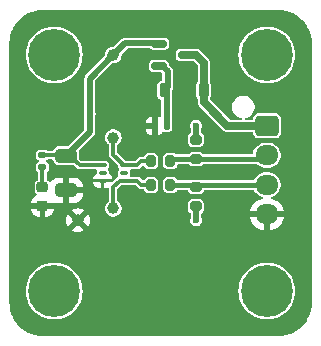
<source format=gtl>
%TF.GenerationSoftware,KiCad,Pcbnew,8.0.2*%
%TF.CreationDate,2024-12-26T16:28:57-05:00*%
%TF.ProjectId,Lumen Sensor,4c756d65-6e20-4536-956e-736f722e6b69,rev?*%
%TF.SameCoordinates,Original*%
%TF.FileFunction,Copper,L1,Top*%
%TF.FilePolarity,Positive*%
%FSLAX46Y46*%
G04 Gerber Fmt 4.6, Leading zero omitted, Abs format (unit mm)*
G04 Created by KiCad (PCBNEW 8.0.2) date 2024-12-26 16:28:57*
%MOMM*%
%LPD*%
G01*
G04 APERTURE LIST*
G04 Aperture macros list*
%AMRoundRect*
0 Rectangle with rounded corners*
0 $1 Rounding radius*
0 $2 $3 $4 $5 $6 $7 $8 $9 X,Y pos of 4 corners*
0 Add a 4 corners polygon primitive as box body*
4,1,4,$2,$3,$4,$5,$6,$7,$8,$9,$2,$3,0*
0 Add four circle primitives for the rounded corners*
1,1,$1+$1,$2,$3*
1,1,$1+$1,$4,$5*
1,1,$1+$1,$6,$7*
1,1,$1+$1,$8,$9*
0 Add four rect primitives between the rounded corners*
20,1,$1+$1,$2,$3,$4,$5,0*
20,1,$1+$1,$4,$5,$6,$7,0*
20,1,$1+$1,$6,$7,$8,$9,0*
20,1,$1+$1,$8,$9,$2,$3,0*%
G04 Aperture macros list end*
%TA.AperFunction,ComponentPad*%
%ADD10C,4.400000*%
%TD*%
%TA.AperFunction,SMDPad,CuDef*%
%ADD11C,1.000000*%
%TD*%
%TA.AperFunction,SMDPad,CuDef*%
%ADD12RoundRect,0.200000X-0.275000X0.200000X-0.275000X-0.200000X0.275000X-0.200000X0.275000X0.200000X0*%
%TD*%
%TA.AperFunction,SMDPad,CuDef*%
%ADD13RoundRect,0.200000X-0.200000X-0.275000X0.200000X-0.275000X0.200000X0.275000X-0.200000X0.275000X0*%
%TD*%
%TA.AperFunction,SMDPad,CuDef*%
%ADD14RoundRect,0.135000X0.135000X0.185000X-0.135000X0.185000X-0.135000X-0.185000X0.135000X-0.185000X0*%
%TD*%
%TA.AperFunction,SMDPad,CuDef*%
%ADD15RoundRect,0.218750X0.256250X-0.218750X0.256250X0.218750X-0.256250X0.218750X-0.256250X-0.218750X0*%
%TD*%
%TA.AperFunction,SMDPad,CuDef*%
%ADD16RoundRect,0.200000X0.275000X-0.200000X0.275000X0.200000X-0.275000X0.200000X-0.275000X-0.200000X0*%
%TD*%
%TA.AperFunction,ComponentPad*%
%ADD17RoundRect,0.250000X-0.725000X0.600000X-0.725000X-0.600000X0.725000X-0.600000X0.725000X0.600000X0*%
%TD*%
%TA.AperFunction,ComponentPad*%
%ADD18O,1.950000X1.700000*%
%TD*%
%TA.AperFunction,SMDPad,CuDef*%
%ADD19RoundRect,0.075000X-0.250000X-0.075000X0.250000X-0.075000X0.250000X0.075000X-0.250000X0.075000X0*%
%TD*%
%TA.AperFunction,SMDPad,CuDef*%
%ADD20RoundRect,0.225000X0.225000X0.375000X-0.225000X0.375000X-0.225000X-0.375000X0.225000X-0.375000X0*%
%TD*%
%TA.AperFunction,SMDPad,CuDef*%
%ADD21RoundRect,0.150000X-0.512500X-0.150000X0.512500X-0.150000X0.512500X0.150000X-0.512500X0.150000X0*%
%TD*%
%TA.AperFunction,SMDPad,CuDef*%
%ADD22RoundRect,0.250000X-0.650000X0.325000X-0.650000X-0.325000X0.650000X-0.325000X0.650000X0.325000X0*%
%TD*%
%TA.AperFunction,SMDPad,CuDef*%
%ADD23RoundRect,0.135000X0.185000X-0.135000X0.185000X0.135000X-0.185000X0.135000X-0.185000X-0.135000X0*%
%TD*%
%TA.AperFunction,ViaPad*%
%ADD24C,0.600000*%
%TD*%
%TA.AperFunction,Conductor*%
%ADD25C,0.300000*%
%TD*%
%TA.AperFunction,Conductor*%
%ADD26C,0.500000*%
%TD*%
%TA.AperFunction,Conductor*%
%ADD27C,0.635000*%
%TD*%
%TA.AperFunction,Conductor*%
%ADD28C,0.400000*%
%TD*%
G04 APERTURE END LIST*
D10*
%TO.P,H2,1*%
%TO.N,N/C*%
X117000000Y-45000000D03*
%TD*%
D11*
%TO.P,TP3,1,1*%
%TO.N,/Lumen Board/SCL_R*%
X104000000Y-58000000D03*
%TD*%
D12*
%TO.P,R2,1*%
%TO.N,/Lumen Board/I2C.SCL*%
X111000000Y-56175000D03*
%TO.P,R2,2*%
%TO.N,3V3*%
X111000000Y-57825000D03*
%TD*%
D11*
%TO.P,TP4,1,1*%
%TO.N,GND*%
X101000000Y-59000000D03*
%TD*%
D13*
%TO.P,R3,1*%
%TO.N,/Lumen Board/SDA_R*%
X107175000Y-54000000D03*
%TO.P,R3,2*%
%TO.N,/Lumen Board/I2C.SDA*%
X108825000Y-54000000D03*
%TD*%
D10*
%TO.P,H4,1*%
%TO.N,N/C*%
X117000000Y-65000000D03*
%TD*%
D14*
%TO.P,R6,1*%
%TO.N,Net-(D1-A)*%
X108510000Y-51000000D03*
%TO.P,R6,2*%
%TO.N,GND*%
X107490000Y-51000000D03*
%TD*%
D11*
%TO.P,TP1,1,1*%
%TO.N,3V3*%
X104000000Y-45000000D03*
%TD*%
D15*
%TO.P,D2,1,K*%
%TO.N,GND*%
X98000000Y-57787500D03*
%TO.P,D2,2,A*%
%TO.N,Net-(D2-A)*%
X98000000Y-56212500D03*
%TD*%
D13*
%TO.P,R5,1*%
%TO.N,/Lumen Board/SCL_R*%
X107175000Y-56000000D03*
%TO.P,R5,2*%
%TO.N,/Lumen Board/I2C.SCL*%
X108825000Y-56000000D03*
%TD*%
D16*
%TO.P,R1,1*%
%TO.N,/Lumen Board/I2C.SDA*%
X111000000Y-53825000D03*
%TO.P,R1,2*%
%TO.N,3V3*%
X111000000Y-52175000D03*
%TD*%
D11*
%TO.P,TP2,1,1*%
%TO.N,/Lumen Board/SDA_R*%
X104000000Y-52000000D03*
%TD*%
D17*
%TO.P,J1,1,Pin_1*%
%TO.N,VIN*%
X117000000Y-51000000D03*
D18*
%TO.P,J1,2,Pin_2*%
%TO.N,/Lumen Board/I2C.SDA*%
X117000000Y-53500000D03*
%TO.P,J1,3,Pin_3*%
%TO.N,/Lumen Board/I2C.SCL*%
X117000000Y-56000000D03*
%TO.P,J1,4,Pin_4*%
%TO.N,GND*%
X117000000Y-58500000D03*
%TD*%
D19*
%TO.P,U1,1,VDD*%
%TO.N,3V3*%
X103100000Y-54350000D03*
%TO.P,U1,2,NC*%
%TO.N,unconnected-(U1-NC-Pad2)*%
X103100000Y-55000000D03*
%TO.P,U1,3,GND*%
%TO.N,GND*%
X103100000Y-55650000D03*
%TO.P,U1,4,SCL*%
%TO.N,/Lumen Board/SCL_R*%
X104900000Y-55650000D03*
%TO.P,U1,5,INT*%
%TO.N,unconnected-(U1-INT-Pad5)*%
X104900000Y-55000000D03*
%TO.P,U1,6,SDA*%
%TO.N,/Lumen Board/SDA_R*%
X104900000Y-54350000D03*
%TD*%
D20*
%TO.P,D1,1,K*%
%TO.N,VIN*%
X111650000Y-48000000D03*
%TO.P,D1,2,A*%
%TO.N,Net-(D1-A)*%
X108350000Y-48000000D03*
%TD*%
D10*
%TO.P,H3,1*%
%TO.N,N/C*%
X99000000Y-65000000D03*
%TD*%
%TO.P,H1,1*%
%TO.N,N/C*%
X99000000Y-45000000D03*
%TD*%
D21*
%TO.P,Q1,1,D*%
%TO.N,3V3*%
X107862500Y-44050000D03*
%TO.P,Q1,2,G*%
%TO.N,Net-(D1-A)*%
X107862500Y-45950000D03*
%TO.P,Q1,3,S*%
%TO.N,VIN*%
X110137500Y-45000000D03*
%TD*%
D22*
%TO.P,C1,1*%
%TO.N,3V3*%
X100000000Y-53525000D03*
%TO.P,C1,2*%
%TO.N,GND*%
X100000000Y-56475000D03*
%TD*%
D23*
%TO.P,R4,1*%
%TO.N,Net-(D2-A)*%
X98000000Y-54510000D03*
%TO.P,R4,2*%
%TO.N,3V3*%
X98000000Y-53490000D03*
%TD*%
D24*
%TO.N,GND*%
X96000000Y-61000000D03*
X120000000Y-53000000D03*
X96000000Y-63000000D03*
X96000000Y-57000000D03*
X103000000Y-42000000D03*
X104000000Y-49000000D03*
X111000000Y-68000000D03*
X115000000Y-60000000D03*
X109000000Y-64000000D03*
X98000000Y-60000000D03*
X114000000Y-66000000D03*
X110000000Y-66000000D03*
X100000000Y-51000000D03*
X103000000Y-68000000D03*
X115100000Y-52400000D03*
X112600000Y-57400000D03*
X98000000Y-62000000D03*
X107000000Y-52000000D03*
X111000000Y-42000000D03*
X108000000Y-66000000D03*
X120000000Y-57000000D03*
X110000000Y-48000000D03*
X110000000Y-62000000D03*
X107000000Y-64000000D03*
X100000000Y-49000000D03*
X102000000Y-66000000D03*
X120000000Y-55000000D03*
X107000000Y-68000000D03*
X112600000Y-52300000D03*
X96000000Y-59000000D03*
X96000000Y-49000000D03*
X108000000Y-62000000D03*
X120000000Y-59000000D03*
X113000000Y-68000000D03*
X109000000Y-68000000D03*
X120000000Y-65000000D03*
X99000000Y-42000000D03*
X120000000Y-63000000D03*
X105000000Y-48000000D03*
X103000000Y-64000000D03*
X119100000Y-67100000D03*
X96000000Y-47000000D03*
X105000000Y-64000000D03*
X116000000Y-62000000D03*
X106000000Y-66000000D03*
X114000000Y-62000000D03*
X104000000Y-62000000D03*
X111000000Y-64000000D03*
X107000000Y-60000000D03*
X101000000Y-68000000D03*
X114000000Y-45000000D03*
X96900000Y-67100000D03*
X118000000Y-62000000D03*
X105000000Y-68000000D03*
X96000000Y-51000000D03*
X100000000Y-58000000D03*
X112000000Y-62000000D03*
X112000000Y-66000000D03*
X120000000Y-51000000D03*
X108000000Y-58000000D03*
X96000000Y-65000000D03*
X103000000Y-60000000D03*
X109000000Y-52000000D03*
X119100000Y-42900000D03*
X96000000Y-55000000D03*
X113000000Y-42000000D03*
X115000000Y-42000000D03*
X120000000Y-45000000D03*
X98000000Y-48000000D03*
X117000000Y-48000000D03*
X115000000Y-68000000D03*
X111000000Y-60000000D03*
X107000000Y-42000000D03*
X98000000Y-50000000D03*
X98000000Y-52000000D03*
X99000000Y-68000000D03*
X96000000Y-53000000D03*
X117000000Y-68000000D03*
X105000000Y-60000000D03*
X102000000Y-53000000D03*
X105000000Y-57000000D03*
X105000000Y-42000000D03*
X120000000Y-49000000D03*
X113000000Y-60000000D03*
X109000000Y-60000000D03*
X115400000Y-57400000D03*
X106000000Y-62000000D03*
X120000000Y-47000000D03*
X117000000Y-42000000D03*
X96000000Y-45000000D03*
X101000000Y-42000000D03*
X104000000Y-47000000D03*
X113000000Y-64000000D03*
X106000000Y-58000000D03*
X120000000Y-61000000D03*
X109000000Y-42000000D03*
X102000000Y-62000000D03*
X100000000Y-61000000D03*
X96900000Y-42900000D03*
X104000000Y-66000000D03*
%TO.N,3V3*%
X111000000Y-59000000D03*
X102000000Y-50000000D03*
X111000000Y-51000000D03*
%TD*%
D25*
%TO.N,GND*%
X100325000Y-56475000D02*
X100000000Y-56475000D01*
D26*
%TO.N,3V3*%
X111000000Y-52175000D02*
X111000000Y-51000000D01*
D25*
X101150000Y-54350000D02*
X103100000Y-54350000D01*
D26*
X102000000Y-51525000D02*
X102000000Y-47000000D01*
D25*
X99965000Y-53490000D02*
X98000000Y-53490000D01*
D26*
X106000000Y-44000000D02*
X107812500Y-44000000D01*
X102000000Y-47000000D02*
X104000000Y-45000000D01*
D25*
X100000000Y-53525000D02*
X100325000Y-53525000D01*
D26*
X107812500Y-44000000D02*
X105000000Y-44000000D01*
D25*
X100325000Y-53525000D02*
X101150000Y-54350000D01*
D26*
X107812500Y-44000000D02*
X107862500Y-44050000D01*
X100000000Y-53525000D02*
X102000000Y-51525000D01*
X111000000Y-57825000D02*
X111000000Y-59000000D01*
X105000000Y-44000000D02*
X104000000Y-45000000D01*
D25*
X100000000Y-53525000D02*
X99965000Y-53490000D01*
D26*
%TO.N,Net-(D1-A)*%
X108600000Y-47750000D02*
X108600000Y-46400000D01*
X108600000Y-46400000D02*
X108150000Y-45950000D01*
X108510000Y-51000000D02*
X108510000Y-48160000D01*
X108350000Y-48000000D02*
X108600000Y-47750000D01*
X108510000Y-48160000D02*
X108350000Y-48000000D01*
X108150000Y-45950000D02*
X107862500Y-45950000D01*
D27*
%TO.N,VIN*%
X111650000Y-45650000D02*
X111000000Y-45000000D01*
X111650000Y-49000000D02*
X111650000Y-45650000D01*
X113650000Y-51000000D02*
X111650000Y-49000000D01*
X111000000Y-45000000D02*
X110137500Y-45000000D01*
X117000000Y-51000000D02*
X113650000Y-51000000D01*
D25*
%TO.N,Net-(D2-A)*%
X98000000Y-56212500D02*
X98000000Y-54510000D01*
D28*
%TO.N,/Lumen Board/I2C.SDA*%
X108825000Y-54000000D02*
X108850000Y-54025000D01*
X109000000Y-53825000D02*
X108825000Y-54000000D01*
X116675000Y-53825000D02*
X117000000Y-53500000D01*
X111000000Y-53825000D02*
X109000000Y-53825000D01*
X110800000Y-54025000D02*
X111000000Y-53825000D01*
X111000000Y-53825000D02*
X116675000Y-53825000D01*
%TO.N,/Lumen Board/I2C.SCL*%
X116825000Y-56175000D02*
X117000000Y-56000000D01*
X117000000Y-56000000D02*
X111175000Y-56000000D01*
X108825000Y-56000000D02*
X110825000Y-56000000D01*
X108825000Y-56000000D02*
X108850000Y-55975000D01*
X110825000Y-56000000D02*
X111000000Y-56175000D01*
X110800000Y-55975000D02*
X111000000Y-56175000D01*
X111175000Y-56000000D02*
X111000000Y-56175000D01*
D25*
%TO.N,/Lumen Board/SDA_R*%
X104000000Y-53450000D02*
X104000000Y-52000000D01*
X105975000Y-54350000D02*
X106325000Y-54000000D01*
X104900000Y-54350000D02*
X105975000Y-54350000D01*
X106325000Y-54000000D02*
X107175000Y-54000000D01*
X104900000Y-54350000D02*
X104000000Y-53450000D01*
%TO.N,/Lumen Board/SCL_R*%
X104550000Y-55650000D02*
X104900000Y-55650000D01*
X104000000Y-58000000D02*
X104000000Y-56200000D01*
X106025000Y-55650000D02*
X106375000Y-56000000D01*
X104900000Y-55650000D02*
X106025000Y-55650000D01*
X104000000Y-56200000D02*
X104550000Y-55650000D01*
X106375000Y-56000000D02*
X107175000Y-56000000D01*
%TD*%
%TA.AperFunction,Conductor*%
%TO.N,GND*%
G36*
X118002065Y-41200614D02*
G01*
X118309309Y-41217869D01*
X118317543Y-41218798D01*
X118618855Y-41269992D01*
X118626923Y-41271833D01*
X118920633Y-41356450D01*
X118928447Y-41359184D01*
X119210817Y-41476146D01*
X119218293Y-41479746D01*
X119485784Y-41627583D01*
X119492811Y-41631999D01*
X119742070Y-41808858D01*
X119748558Y-41814031D01*
X119976452Y-42017689D01*
X119982319Y-42023557D01*
X120185970Y-42251442D01*
X120191133Y-42257914D01*
X120346338Y-42476656D01*
X120368001Y-42507187D01*
X120372416Y-42514214D01*
X120520253Y-42781705D01*
X120523853Y-42789181D01*
X120640811Y-43071542D01*
X120643552Y-43079375D01*
X120728161Y-43373063D01*
X120730007Y-43381153D01*
X120781200Y-43682449D01*
X120782130Y-43690696D01*
X120799384Y-43997915D01*
X120799500Y-44002064D01*
X120799501Y-65960119D01*
X120799501Y-65997917D01*
X120799385Y-66002066D01*
X120782130Y-66309303D01*
X120781200Y-66317549D01*
X120730009Y-66618844D01*
X120728163Y-66626935D01*
X120643552Y-66920624D01*
X120640811Y-66928457D01*
X120523853Y-67210817D01*
X120520253Y-67218293D01*
X120372413Y-67485791D01*
X120367997Y-67492818D01*
X120191146Y-67742065D01*
X120185973Y-67748553D01*
X119982315Y-67976447D01*
X119976447Y-67982315D01*
X119748553Y-68185973D01*
X119742065Y-68191146D01*
X119492818Y-68367997D01*
X119485791Y-68372413D01*
X119218293Y-68520253D01*
X119210817Y-68523853D01*
X118928457Y-68640811D01*
X118920624Y-68643552D01*
X118626935Y-68728163D01*
X118618844Y-68730009D01*
X118317549Y-68781200D01*
X118309303Y-68782130D01*
X118002067Y-68799385D01*
X117997918Y-68799501D01*
X98002079Y-68799501D01*
X97997930Y-68799385D01*
X97690695Y-68782132D01*
X97682448Y-68781202D01*
X97381150Y-68730009D01*
X97373060Y-68728163D01*
X97079373Y-68643554D01*
X97071540Y-68640813D01*
X96789180Y-68523855D01*
X96781704Y-68520255D01*
X96514207Y-68372415D01*
X96507180Y-68367999D01*
X96257932Y-68191147D01*
X96251445Y-68185974D01*
X96023551Y-67982317D01*
X96017682Y-67976448D01*
X95814025Y-67748554D01*
X95808852Y-67742067D01*
X95632000Y-67492819D01*
X95631999Y-67492818D01*
X95631996Y-67492813D01*
X95627588Y-67485799D01*
X95479743Y-67218293D01*
X95476144Y-67210819D01*
X95401584Y-67030816D01*
X95359182Y-66928449D01*
X95356448Y-66920636D01*
X95271835Y-66626935D01*
X95269990Y-66618849D01*
X95269989Y-66618844D01*
X95218796Y-66317545D01*
X95217867Y-66309304D01*
X95209411Y-66158737D01*
X95200615Y-66002103D01*
X95200499Y-65997954D01*
X95200499Y-64999999D01*
X96594754Y-64999999D01*
X96594754Y-65000000D01*
X96613719Y-65301447D01*
X96613722Y-65301470D01*
X96670318Y-65598157D01*
X96670322Y-65598173D01*
X96763654Y-65885419D01*
X96763656Y-65885423D01*
X96763658Y-65885427D01*
X96763659Y-65885430D01*
X96798805Y-65960119D01*
X96892267Y-66158737D01*
X97054114Y-66413767D01*
X97246647Y-66646500D01*
X97246650Y-66646502D01*
X97246651Y-66646504D01*
X97466838Y-66853274D01*
X97711205Y-67030816D01*
X97975896Y-67176332D01*
X98072697Y-67214658D01*
X98256730Y-67287522D01*
X98256734Y-67287524D01*
X98256738Y-67287525D01*
X98549302Y-67362642D01*
X98549298Y-67362642D01*
X98848965Y-67400499D01*
X98848972Y-67400500D01*
X98848973Y-67400500D01*
X99151028Y-67400500D01*
X99151031Y-67400499D01*
X99450698Y-67362642D01*
X99743262Y-67287525D01*
X100024104Y-67176332D01*
X100288795Y-67030816D01*
X100533162Y-66853274D01*
X100753349Y-66646504D01*
X100945885Y-66413768D01*
X101107733Y-66158736D01*
X101236341Y-65885430D01*
X101329681Y-65598160D01*
X101386280Y-65301457D01*
X101405246Y-65000000D01*
X101405246Y-64999999D01*
X114594754Y-64999999D01*
X114594754Y-65000000D01*
X114613719Y-65301447D01*
X114613722Y-65301470D01*
X114670318Y-65598157D01*
X114670322Y-65598173D01*
X114763654Y-65885419D01*
X114763656Y-65885423D01*
X114763658Y-65885427D01*
X114763659Y-65885430D01*
X114798805Y-65960119D01*
X114892267Y-66158737D01*
X115054114Y-66413767D01*
X115246647Y-66646500D01*
X115246650Y-66646502D01*
X115246651Y-66646504D01*
X115466838Y-66853274D01*
X115711205Y-67030816D01*
X115975896Y-67176332D01*
X116072697Y-67214658D01*
X116256730Y-67287522D01*
X116256734Y-67287524D01*
X116256738Y-67287525D01*
X116549302Y-67362642D01*
X116549298Y-67362642D01*
X116848965Y-67400499D01*
X116848972Y-67400500D01*
X116848973Y-67400500D01*
X117151028Y-67400500D01*
X117151031Y-67400499D01*
X117450698Y-67362642D01*
X117743262Y-67287525D01*
X118024104Y-67176332D01*
X118288795Y-67030816D01*
X118533162Y-66853274D01*
X118753349Y-66646504D01*
X118945885Y-66413768D01*
X119107733Y-66158736D01*
X119236341Y-65885430D01*
X119329681Y-65598160D01*
X119386280Y-65301457D01*
X119405246Y-65000000D01*
X119386280Y-64698543D01*
X119329681Y-64401840D01*
X119329678Y-64401833D01*
X119329677Y-64401826D01*
X119236345Y-64114580D01*
X119236343Y-64114576D01*
X119236342Y-64114575D01*
X119236341Y-64114570D01*
X119107733Y-63841264D01*
X118945885Y-63586232D01*
X118753352Y-63353499D01*
X118753349Y-63353496D01*
X118533162Y-63146726D01*
X118431191Y-63072640D01*
X118288800Y-62969187D01*
X118024104Y-62823668D01*
X118024097Y-62823665D01*
X117743269Y-62712477D01*
X117743265Y-62712475D01*
X117450696Y-62637357D01*
X117450701Y-62637357D01*
X117151034Y-62599500D01*
X117151027Y-62599500D01*
X116848973Y-62599500D01*
X116848965Y-62599500D01*
X116549301Y-62637357D01*
X116256734Y-62712475D01*
X116256730Y-62712477D01*
X115975902Y-62823665D01*
X115975895Y-62823668D01*
X115711199Y-62969187D01*
X115466839Y-63146725D01*
X115246647Y-63353499D01*
X115054114Y-63586232D01*
X114892267Y-63841262D01*
X114763656Y-64114576D01*
X114763654Y-64114580D01*
X114670322Y-64401826D01*
X114670318Y-64401842D01*
X114613722Y-64698529D01*
X114613719Y-64698552D01*
X114594754Y-64999999D01*
X101405246Y-64999999D01*
X101386280Y-64698543D01*
X101329681Y-64401840D01*
X101329678Y-64401833D01*
X101329677Y-64401826D01*
X101236345Y-64114580D01*
X101236343Y-64114576D01*
X101236342Y-64114575D01*
X101236341Y-64114570D01*
X101107733Y-63841264D01*
X100945885Y-63586232D01*
X100753352Y-63353499D01*
X100753349Y-63353496D01*
X100533162Y-63146726D01*
X100431191Y-63072640D01*
X100288800Y-62969187D01*
X100024104Y-62823668D01*
X100024097Y-62823665D01*
X99743269Y-62712477D01*
X99743265Y-62712475D01*
X99450696Y-62637357D01*
X99450701Y-62637357D01*
X99151034Y-62599500D01*
X99151027Y-62599500D01*
X98848973Y-62599500D01*
X98848965Y-62599500D01*
X98549301Y-62637357D01*
X98256734Y-62712475D01*
X98256730Y-62712477D01*
X97975902Y-62823665D01*
X97975895Y-62823668D01*
X97711199Y-62969187D01*
X97466839Y-63146725D01*
X97246647Y-63353499D01*
X97054114Y-63586232D01*
X96892267Y-63841262D01*
X96763656Y-64114576D01*
X96763654Y-64114580D01*
X96670322Y-64401826D01*
X96670318Y-64401842D01*
X96613722Y-64698529D01*
X96613719Y-64698552D01*
X96594754Y-64999999D01*
X95200499Y-64999999D01*
X95200499Y-59862076D01*
X100491476Y-59862076D01*
X100615462Y-59928348D01*
X100803964Y-59985530D01*
X101000000Y-60004838D01*
X101196035Y-59985530D01*
X101384536Y-59928348D01*
X101384541Y-59928346D01*
X101508522Y-59862076D01*
X101000000Y-59353553D01*
X100491476Y-59862076D01*
X95200499Y-59862076D01*
X95200499Y-59000000D01*
X99995161Y-59000000D01*
X100014469Y-59196035D01*
X100071651Y-59384539D01*
X100137922Y-59508522D01*
X100646446Y-58999999D01*
X101353553Y-58999999D01*
X101862076Y-59508522D01*
X101928346Y-59384541D01*
X101928348Y-59384536D01*
X101985530Y-59196035D01*
X102004838Y-59000000D01*
X101985530Y-58803964D01*
X101928348Y-58615462D01*
X101862076Y-58491476D01*
X101353553Y-58999999D01*
X100646446Y-58999999D01*
X100137923Y-58491476D01*
X100137922Y-58491476D01*
X100071652Y-58615460D01*
X100014469Y-58803964D01*
X99995161Y-59000000D01*
X95200499Y-59000000D01*
X95200499Y-58054140D01*
X97025001Y-58054140D01*
X97035057Y-58152585D01*
X97087906Y-58312073D01*
X97176112Y-58455078D01*
X97294921Y-58573887D01*
X97437926Y-58662093D01*
X97597414Y-58714942D01*
X97695861Y-58724999D01*
X97695862Y-58724999D01*
X98250000Y-58724999D01*
X98304135Y-58724999D01*
X98304140Y-58724998D01*
X98402585Y-58714942D01*
X98562073Y-58662093D01*
X98705078Y-58573887D01*
X98823887Y-58455078D01*
X98912093Y-58312073D01*
X98964942Y-58152585D01*
X98966440Y-58137922D01*
X100491476Y-58137922D01*
X100491476Y-58137923D01*
X100999999Y-58646446D01*
X101508523Y-58137922D01*
X101384539Y-58071651D01*
X101196035Y-58014469D01*
X101000000Y-57995161D01*
X100803964Y-58014469D01*
X100615460Y-58071652D01*
X100491476Y-58137922D01*
X98966440Y-58137922D01*
X98974999Y-58054139D01*
X98975000Y-58054137D01*
X98975000Y-58037500D01*
X98250000Y-58037500D01*
X98250000Y-58724999D01*
X97695862Y-58724999D01*
X97749999Y-58724998D01*
X97750000Y-58724998D01*
X97750000Y-58037500D01*
X97025001Y-58037500D01*
X97025001Y-58054140D01*
X95200499Y-58054140D01*
X95200499Y-57520860D01*
X97025000Y-57520860D01*
X97025000Y-57537500D01*
X98974998Y-57537500D01*
X98996546Y-57515952D01*
X99048872Y-57494277D01*
X99072150Y-57498033D01*
X99197302Y-57539505D01*
X99300025Y-57549999D01*
X99750000Y-57549999D01*
X100250000Y-57549999D01*
X100699971Y-57549999D01*
X100699976Y-57549998D01*
X100802696Y-57539505D01*
X100969121Y-57484357D01*
X101118343Y-57392316D01*
X101118347Y-57392314D01*
X101242314Y-57268347D01*
X101242316Y-57268343D01*
X101334357Y-57119121D01*
X101389505Y-56952697D01*
X101399999Y-56849975D01*
X101400000Y-56849973D01*
X101400000Y-56725000D01*
X100250000Y-56725000D01*
X100250000Y-57549999D01*
X99750000Y-57549999D01*
X99750000Y-56225000D01*
X100250000Y-56225000D01*
X101399999Y-56225000D01*
X101399999Y-56100029D01*
X101399998Y-56100023D01*
X101389505Y-55997303D01*
X101334357Y-55830878D01*
X101315311Y-55800000D01*
X102279912Y-55800000D01*
X102289799Y-55875104D01*
X102347737Y-56014979D01*
X102439905Y-56135094D01*
X102560020Y-56227262D01*
X102699895Y-56285200D01*
X102812312Y-56300000D01*
X102950000Y-56300000D01*
X102950000Y-55800000D01*
X103250000Y-55800000D01*
X103250000Y-56300000D01*
X103387688Y-56300000D01*
X103500102Y-56285200D01*
X103547181Y-56265700D01*
X103603819Y-56265700D01*
X103643867Y-56305748D01*
X103649500Y-56334067D01*
X103649500Y-57348104D01*
X103627826Y-57400430D01*
X103609892Y-57413626D01*
X103599149Y-57419264D01*
X103471816Y-57532071D01*
X103375181Y-57672070D01*
X103314859Y-57831128D01*
X103294355Y-57999996D01*
X103294355Y-58000003D01*
X103314859Y-58168871D01*
X103375181Y-58327929D01*
X103462947Y-58455078D01*
X103471817Y-58467929D01*
X103599148Y-58580734D01*
X103749775Y-58659790D01*
X103914944Y-58700500D01*
X103914948Y-58700500D01*
X104085052Y-58700500D01*
X104085056Y-58700500D01*
X104250225Y-58659790D01*
X104400852Y-58580734D01*
X104528183Y-58467929D01*
X104624818Y-58327930D01*
X104685140Y-58168872D01*
X104698782Y-58056519D01*
X104705645Y-58000003D01*
X104705645Y-57999996D01*
X104685140Y-57831128D01*
X104624818Y-57672070D01*
X104570571Y-57593480D01*
X110324500Y-57593480D01*
X110324500Y-58056519D01*
X110339353Y-58150304D01*
X110339354Y-58150306D01*
X110356453Y-58183863D01*
X110396950Y-58263342D01*
X110486658Y-58353050D01*
X110509094Y-58364481D01*
X110545877Y-58407546D01*
X110549500Y-58430416D01*
X110549500Y-58765539D01*
X110542813Y-58796279D01*
X110514834Y-58857543D01*
X110494353Y-59000000D01*
X110514834Y-59142454D01*
X110574623Y-59273373D01*
X110668868Y-59382139D01*
X110668869Y-59382140D01*
X110668872Y-59382143D01*
X110789947Y-59459953D01*
X110896403Y-59491211D01*
X110928035Y-59500499D01*
X110928037Y-59500500D01*
X110928039Y-59500500D01*
X111071963Y-59500500D01*
X111071964Y-59500499D01*
X111210053Y-59459953D01*
X111331128Y-59382143D01*
X111425377Y-59273373D01*
X111485165Y-59142457D01*
X111505647Y-59000000D01*
X111485165Y-58857543D01*
X111466255Y-58816136D01*
X111457187Y-58796279D01*
X111450500Y-58765539D01*
X111450500Y-58430416D01*
X111472174Y-58378090D01*
X111490902Y-58364483D01*
X111513342Y-58353050D01*
X111603050Y-58263342D01*
X111660646Y-58150304D01*
X111675500Y-58056519D01*
X111675499Y-57593482D01*
X111668612Y-57549998D01*
X111660646Y-57499695D01*
X111660645Y-57499693D01*
X111621269Y-57422414D01*
X111603050Y-57386658D01*
X111513342Y-57296950D01*
X111400304Y-57239354D01*
X111400302Y-57239353D01*
X111400301Y-57239353D01*
X111306519Y-57224500D01*
X110693480Y-57224500D01*
X110599695Y-57239353D01*
X110599693Y-57239354D01*
X110486657Y-57296950D01*
X110396951Y-57386656D01*
X110339353Y-57499698D01*
X110324500Y-57593480D01*
X104570571Y-57593480D01*
X104528183Y-57532071D01*
X104400850Y-57419264D01*
X104390108Y-57413626D01*
X104353850Y-57370117D01*
X104350500Y-57348104D01*
X104350500Y-56375834D01*
X104372174Y-56323508D01*
X104673508Y-56022174D01*
X104725834Y-56000500D01*
X104853856Y-56000500D01*
X105849166Y-56000500D01*
X105901492Y-56022174D01*
X106159788Y-56280470D01*
X106229088Y-56320480D01*
X106229087Y-56320480D01*
X106229090Y-56320481D01*
X106234332Y-56323508D01*
X106239708Y-56326612D01*
X106239710Y-56326612D01*
X106239712Y-56326614D01*
X106239713Y-56326614D01*
X106239715Y-56326615D01*
X106267527Y-56334067D01*
X106328853Y-56350499D01*
X106328854Y-56350500D01*
X106328856Y-56350500D01*
X106328857Y-56350500D01*
X106421144Y-56350500D01*
X106519408Y-56350500D01*
X106571734Y-56372174D01*
X106586011Y-56395471D01*
X106586711Y-56395115D01*
X106589353Y-56400301D01*
X106589354Y-56400304D01*
X106646950Y-56513342D01*
X106736658Y-56603050D01*
X106849696Y-56660646D01*
X106943481Y-56675500D01*
X107406518Y-56675499D01*
X107406519Y-56675499D01*
X107500304Y-56660646D01*
X107500306Y-56660645D01*
X107502419Y-56659568D01*
X107613342Y-56603050D01*
X107703050Y-56513342D01*
X107760646Y-56400304D01*
X107775500Y-56306519D01*
X107775499Y-55693482D01*
X107775499Y-55693480D01*
X108224500Y-55693480D01*
X108224500Y-56306519D01*
X108239353Y-56400304D01*
X108239354Y-56400306D01*
X108271261Y-56462925D01*
X108296950Y-56513342D01*
X108386658Y-56603050D01*
X108499696Y-56660646D01*
X108593481Y-56675500D01*
X109056518Y-56675499D01*
X109056519Y-56675499D01*
X109150304Y-56660646D01*
X109150306Y-56660645D01*
X109152419Y-56659568D01*
X109263342Y-56603050D01*
X109353050Y-56513342D01*
X109389959Y-56440903D01*
X109433026Y-56404122D01*
X109455893Y-56400500D01*
X110260345Y-56400500D01*
X110312671Y-56422174D01*
X110333434Y-56462925D01*
X110339353Y-56500304D01*
X110339354Y-56500306D01*
X110391705Y-56603048D01*
X110396950Y-56613342D01*
X110486658Y-56703050D01*
X110599696Y-56760646D01*
X110693481Y-56775500D01*
X111306518Y-56775499D01*
X111306519Y-56775499D01*
X111400304Y-56760646D01*
X111400306Y-56760645D01*
X111402419Y-56759568D01*
X111513342Y-56703050D01*
X111603050Y-56613342D01*
X111660646Y-56500304D01*
X111666566Y-56462924D01*
X111696158Y-56414633D01*
X111739655Y-56400500D01*
X115854394Y-56400500D01*
X115906720Y-56422174D01*
X115922761Y-56446181D01*
X115944059Y-56497598D01*
X116014518Y-56603048D01*
X116053002Y-56660645D01*
X116059023Y-56669655D01*
X116205345Y-56815977D01*
X116377402Y-56930941D01*
X116568580Y-57010130D01*
X116642357Y-57024805D01*
X116689450Y-57056270D01*
X116700499Y-57111819D01*
X116669034Y-57158912D01*
X116639498Y-57170472D01*
X116558874Y-57183242D01*
X116558863Y-57183244D01*
X116356782Y-57248904D01*
X116356778Y-57248906D01*
X116167449Y-57345375D01*
X116167443Y-57345378D01*
X115995538Y-57470274D01*
X115845274Y-57620538D01*
X115720378Y-57792443D01*
X115720375Y-57792449D01*
X115623906Y-57981778D01*
X115623904Y-57981782D01*
X115558244Y-58183863D01*
X115558241Y-58183877D01*
X115547769Y-58250000D01*
X116595854Y-58250000D01*
X116557370Y-58316657D01*
X116525000Y-58437465D01*
X116525000Y-58562535D01*
X116557370Y-58683343D01*
X116595854Y-58750000D01*
X115547769Y-58750000D01*
X115558241Y-58816122D01*
X115558244Y-58816136D01*
X115623904Y-59018217D01*
X115623906Y-59018221D01*
X115720375Y-59207550D01*
X115720378Y-59207556D01*
X115845274Y-59379461D01*
X115845283Y-59379471D01*
X115995529Y-59529717D01*
X115995538Y-59529725D01*
X116167443Y-59654621D01*
X116167449Y-59654624D01*
X116356778Y-59751093D01*
X116356782Y-59751095D01*
X116558863Y-59816755D01*
X116558876Y-59816758D01*
X116749998Y-59847029D01*
X116750000Y-59847028D01*
X116750000Y-58904145D01*
X116816657Y-58942630D01*
X116937465Y-58975000D01*
X117062535Y-58975000D01*
X117183343Y-58942630D01*
X117250000Y-58904145D01*
X117250000Y-59847028D01*
X117250001Y-59847029D01*
X117441123Y-59816758D01*
X117441136Y-59816755D01*
X117643217Y-59751095D01*
X117643221Y-59751093D01*
X117832550Y-59654624D01*
X117832556Y-59654621D01*
X118004461Y-59529725D01*
X118004471Y-59529717D01*
X118154717Y-59379471D01*
X118154725Y-59379461D01*
X118279621Y-59207556D01*
X118279624Y-59207550D01*
X118376093Y-59018221D01*
X118376095Y-59018217D01*
X118441755Y-58816136D01*
X118441758Y-58816122D01*
X118452231Y-58750000D01*
X117404146Y-58750000D01*
X117442630Y-58683343D01*
X117475000Y-58562535D01*
X117475000Y-58437465D01*
X117442630Y-58316657D01*
X117404146Y-58250000D01*
X118452230Y-58250000D01*
X118441758Y-58183877D01*
X118441755Y-58183863D01*
X118376095Y-57981782D01*
X118376093Y-57981778D01*
X118279624Y-57792449D01*
X118279621Y-57792443D01*
X118154725Y-57620538D01*
X118154717Y-57620529D01*
X118004471Y-57470283D01*
X118004461Y-57470274D01*
X117832556Y-57345378D01*
X117832550Y-57345375D01*
X117643221Y-57248906D01*
X117643217Y-57248904D01*
X117441136Y-57183244D01*
X117441125Y-57183242D01*
X117360501Y-57170472D01*
X117312210Y-57140879D01*
X117298989Y-57085806D01*
X117328582Y-57037515D01*
X117357640Y-57024805D01*
X117431420Y-57010130D01*
X117622598Y-56930941D01*
X117794655Y-56815977D01*
X117940977Y-56669655D01*
X118055941Y-56497598D01*
X118135130Y-56306420D01*
X118175500Y-56103465D01*
X118175500Y-55896535D01*
X118135130Y-55693580D01*
X118055941Y-55502402D01*
X117940977Y-55330345D01*
X117794655Y-55184023D01*
X117792368Y-55182495D01*
X117622598Y-55069059D01*
X117431420Y-54989870D01*
X117431413Y-54989868D01*
X117278516Y-54959455D01*
X117228465Y-54949500D01*
X116771535Y-54949500D01*
X116731385Y-54957486D01*
X116568586Y-54989868D01*
X116568579Y-54989870D01*
X116377401Y-55069059D01*
X116205345Y-55184022D01*
X116205344Y-55184024D01*
X116059024Y-55330344D01*
X116059022Y-55330345D01*
X115944057Y-55502405D01*
X115922761Y-55553819D01*
X115882712Y-55593867D01*
X115854394Y-55599500D01*
X111437983Y-55599500D01*
X111404387Y-55591434D01*
X111400305Y-55589354D01*
X111306520Y-55574500D01*
X111306519Y-55574500D01*
X110852729Y-55574500D01*
X110852727Y-55574500D01*
X110747273Y-55574500D01*
X110747269Y-55574500D01*
X110693480Y-55574500D01*
X110599695Y-55589353D01*
X110599694Y-55589354D01*
X110595613Y-55591434D01*
X110562017Y-55599500D01*
X109455893Y-55599500D01*
X109403567Y-55577826D01*
X109389959Y-55559096D01*
X109384691Y-55548757D01*
X109353050Y-55486658D01*
X109263342Y-55396950D01*
X109150304Y-55339354D01*
X109150302Y-55339353D01*
X109150301Y-55339353D01*
X109056519Y-55324500D01*
X108593480Y-55324500D01*
X108499695Y-55339353D01*
X108499693Y-55339354D01*
X108386657Y-55396950D01*
X108296951Y-55486656D01*
X108239353Y-55599698D01*
X108224500Y-55693480D01*
X107775499Y-55693480D01*
X107773626Y-55681658D01*
X107760646Y-55599695D01*
X107760645Y-55599693D01*
X107723040Y-55525890D01*
X107703050Y-55486658D01*
X107613342Y-55396950D01*
X107500304Y-55339354D01*
X107500302Y-55339353D01*
X107500301Y-55339353D01*
X107406519Y-55324500D01*
X106943480Y-55324500D01*
X106849695Y-55339353D01*
X106849693Y-55339354D01*
X106736657Y-55396950D01*
X106646950Y-55486657D01*
X106595434Y-55587762D01*
X106552367Y-55624544D01*
X106495904Y-55620100D01*
X106477174Y-55606492D01*
X106240212Y-55369530D01*
X106160289Y-55323386D01*
X106160284Y-55323384D01*
X106071146Y-55299500D01*
X106071144Y-55299500D01*
X105469779Y-55299500D01*
X105417453Y-55277826D01*
X105395779Y-55225500D01*
X105406775Y-55189249D01*
X105406726Y-55189229D01*
X105406933Y-55188728D01*
X105408250Y-55184388D01*
X105408494Y-55184023D01*
X105409515Y-55182495D01*
X105425500Y-55102133D01*
X105425499Y-54897868D01*
X105409515Y-54817505D01*
X105408249Y-54815611D01*
X105407805Y-54813378D01*
X105406725Y-54810769D01*
X105407243Y-54810554D01*
X105397201Y-54760063D01*
X105428667Y-54712971D01*
X105469779Y-54700500D01*
X106021146Y-54700500D01*
X106021146Y-54700499D01*
X106110288Y-54676614D01*
X106190212Y-54630470D01*
X106448508Y-54372174D01*
X106500834Y-54350500D01*
X106519408Y-54350500D01*
X106571734Y-54372174D01*
X106586011Y-54395471D01*
X106586711Y-54395115D01*
X106589353Y-54400301D01*
X106589354Y-54400304D01*
X106646950Y-54513342D01*
X106736658Y-54603050D01*
X106849696Y-54660646D01*
X106943481Y-54675500D01*
X107406518Y-54675499D01*
X107406519Y-54675499D01*
X107500304Y-54660646D01*
X107500306Y-54660645D01*
X107502419Y-54659568D01*
X107613342Y-54603050D01*
X107703050Y-54513342D01*
X107760646Y-54400304D01*
X107775500Y-54306519D01*
X107775499Y-53693482D01*
X107775499Y-53693480D01*
X108224500Y-53693480D01*
X108224500Y-54306519D01*
X108239353Y-54400304D01*
X108239354Y-54400306D01*
X108265762Y-54452133D01*
X108296950Y-54513342D01*
X108386658Y-54603050D01*
X108499696Y-54660646D01*
X108593481Y-54675500D01*
X109056518Y-54675499D01*
X109056519Y-54675499D01*
X109150304Y-54660646D01*
X109150306Y-54660645D01*
X109152419Y-54659568D01*
X109263342Y-54603050D01*
X109353050Y-54513342D01*
X109410646Y-54400304D01*
X109425500Y-54306519D01*
X109425500Y-54299500D01*
X109447174Y-54247174D01*
X109499500Y-54225500D01*
X110332321Y-54225500D01*
X110384647Y-54247174D01*
X110393164Y-54258895D01*
X110393528Y-54258632D01*
X110396949Y-54263341D01*
X110396950Y-54263342D01*
X110486658Y-54353050D01*
X110599696Y-54410646D01*
X110693481Y-54425500D01*
X110732550Y-54425499D01*
X110732553Y-54425500D01*
X110747273Y-54425500D01*
X110883378Y-54425500D01*
X110883380Y-54425499D01*
X111306519Y-54425499D01*
X111400304Y-54410646D01*
X111400306Y-54410645D01*
X111430785Y-54395115D01*
X111513342Y-54353050D01*
X111603050Y-54263342D01*
X111603051Y-54263338D01*
X111606472Y-54258632D01*
X111608516Y-54260117D01*
X111644822Y-54229119D01*
X111667679Y-54225500D01*
X116084216Y-54225500D01*
X116136542Y-54247174D01*
X116205345Y-54315977D01*
X116377402Y-54430941D01*
X116568580Y-54510130D01*
X116771535Y-54550500D01*
X116771536Y-54550500D01*
X117228464Y-54550500D01*
X117228465Y-54550500D01*
X117431420Y-54510130D01*
X117622598Y-54430941D01*
X117794655Y-54315977D01*
X117940977Y-54169655D01*
X118055941Y-53997598D01*
X118135130Y-53806420D01*
X118175500Y-53603465D01*
X118175500Y-53396535D01*
X118135130Y-53193580D01*
X118055941Y-53002402D01*
X117940977Y-52830345D01*
X117794655Y-52684023D01*
X117622598Y-52569059D01*
X117431420Y-52489870D01*
X117431413Y-52489868D01*
X117278516Y-52459455D01*
X117228465Y-52449500D01*
X116771535Y-52449500D01*
X116731385Y-52457486D01*
X116568586Y-52489868D01*
X116568579Y-52489870D01*
X116377401Y-52569059D01*
X116205345Y-52684022D01*
X116205344Y-52684024D01*
X116059024Y-52830344D01*
X116059022Y-52830345D01*
X115944059Y-53002401D01*
X115864870Y-53193579D01*
X115864868Y-53193585D01*
X115830785Y-53364937D01*
X115799319Y-53412029D01*
X115758207Y-53424500D01*
X111667679Y-53424500D01*
X111615353Y-53402826D01*
X111606835Y-53391104D01*
X111606472Y-53391368D01*
X111603050Y-53386658D01*
X111513343Y-53296951D01*
X111513342Y-53296950D01*
X111400304Y-53239354D01*
X111400302Y-53239353D01*
X111400301Y-53239353D01*
X111306519Y-53224500D01*
X110693480Y-53224500D01*
X110599695Y-53239353D01*
X110599693Y-53239354D01*
X110486657Y-53296950D01*
X110396949Y-53386658D01*
X110393528Y-53391368D01*
X110391483Y-53389882D01*
X110355178Y-53420881D01*
X110332321Y-53424500D01*
X109321544Y-53424500D01*
X109269218Y-53402826D01*
X109263343Y-53396951D01*
X109263342Y-53396950D01*
X109150304Y-53339354D01*
X109150302Y-53339353D01*
X109150301Y-53339353D01*
X109056519Y-53324500D01*
X108593480Y-53324500D01*
X108499695Y-53339353D01*
X108499693Y-53339354D01*
X108386657Y-53396950D01*
X108296951Y-53486656D01*
X108239353Y-53599698D01*
X108224500Y-53693480D01*
X107775499Y-53693480D01*
X107772316Y-53673386D01*
X107760646Y-53599695D01*
X107760645Y-53599693D01*
X107703049Y-53486657D01*
X107613343Y-53396951D01*
X107613342Y-53396950D01*
X107500304Y-53339354D01*
X107500302Y-53339353D01*
X107500301Y-53339353D01*
X107406519Y-53324500D01*
X106943480Y-53324500D01*
X106849695Y-53339353D01*
X106849693Y-53339354D01*
X106736657Y-53396950D01*
X106646951Y-53486656D01*
X106646950Y-53486658D01*
X106589354Y-53599696D01*
X106589353Y-53599698D01*
X106586711Y-53604885D01*
X106584975Y-53604000D01*
X106553002Y-53641435D01*
X106519408Y-53649500D01*
X106278854Y-53649500D01*
X106189715Y-53673384D01*
X106189710Y-53673386D01*
X106109787Y-53719530D01*
X105851492Y-53977826D01*
X105799166Y-53999500D01*
X105075834Y-53999500D01*
X105023508Y-53977826D01*
X104372174Y-53326492D01*
X104350500Y-53274166D01*
X104350500Y-52651895D01*
X104372174Y-52599569D01*
X104390110Y-52586372D01*
X104391768Y-52585501D01*
X104400852Y-52580734D01*
X104528183Y-52467929D01*
X104624818Y-52327930D01*
X104685140Y-52168872D01*
X104705645Y-52000000D01*
X104698782Y-51943482D01*
X104698782Y-51943480D01*
X110324500Y-51943480D01*
X110324500Y-52406519D01*
X110339353Y-52500304D01*
X110339354Y-52500306D01*
X110380333Y-52580730D01*
X110396950Y-52613342D01*
X110486658Y-52703050D01*
X110599696Y-52760646D01*
X110693481Y-52775500D01*
X111306518Y-52775499D01*
X111306519Y-52775499D01*
X111400304Y-52760646D01*
X111400306Y-52760645D01*
X111422179Y-52749500D01*
X111513342Y-52703050D01*
X111603050Y-52613342D01*
X111660646Y-52500304D01*
X111675500Y-52406519D01*
X111675499Y-51943482D01*
X111660646Y-51849696D01*
X111660646Y-51849695D01*
X111660645Y-51849693D01*
X111603049Y-51736657D01*
X111513342Y-51646950D01*
X111490904Y-51635517D01*
X111454122Y-51592450D01*
X111450500Y-51569583D01*
X111450500Y-51234457D01*
X111457187Y-51203718D01*
X111485165Y-51142457D01*
X111505647Y-51000000D01*
X111485165Y-50857543D01*
X111425377Y-50726627D01*
X111331128Y-50617857D01*
X111242355Y-50560806D01*
X111210054Y-50540047D01*
X111210050Y-50540046D01*
X111071964Y-50499500D01*
X111071961Y-50499500D01*
X110928039Y-50499500D01*
X110928036Y-50499500D01*
X110789949Y-50540046D01*
X110789945Y-50540047D01*
X110668875Y-50617855D01*
X110668868Y-50617860D01*
X110574623Y-50726626D01*
X110514834Y-50857545D01*
X110494353Y-51000000D01*
X110514834Y-51142456D01*
X110526502Y-51168005D01*
X110542812Y-51203718D01*
X110549500Y-51234457D01*
X110549500Y-51569583D01*
X110527826Y-51621909D01*
X110509096Y-51635517D01*
X110486657Y-51646950D01*
X110396951Y-51736656D01*
X110339353Y-51849698D01*
X110324500Y-51943480D01*
X104698782Y-51943480D01*
X104685140Y-51831128D01*
X104624818Y-51672070D01*
X104528183Y-51532071D01*
X104400856Y-51419269D01*
X104400853Y-51419267D01*
X104400852Y-51419266D01*
X104250225Y-51340210D01*
X104250222Y-51340209D01*
X104085058Y-51299500D01*
X104085056Y-51299500D01*
X103914944Y-51299500D01*
X103914941Y-51299500D01*
X103749777Y-51340209D01*
X103599146Y-51419267D01*
X103599143Y-51419269D01*
X103471816Y-51532071D01*
X103375181Y-51672070D01*
X103314859Y-51831128D01*
X103294355Y-51999996D01*
X103294355Y-52000003D01*
X103314859Y-52168871D01*
X103375181Y-52327929D01*
X103471816Y-52467928D01*
X103585969Y-52569059D01*
X103599148Y-52580734D01*
X103599152Y-52580736D01*
X103609890Y-52586372D01*
X103646150Y-52629881D01*
X103649500Y-52651895D01*
X103649500Y-53496146D01*
X103671724Y-53579084D01*
X103671724Y-53579089D01*
X103671725Y-53579089D01*
X103673386Y-53585288D01*
X103719530Y-53665212D01*
X104352826Y-54298508D01*
X104374500Y-54350833D01*
X104374500Y-54452130D01*
X104390485Y-54532495D01*
X104455425Y-54629684D01*
X104453783Y-54630780D01*
X104472100Y-54675000D01*
X104453783Y-54719219D01*
X104455425Y-54720316D01*
X104390485Y-54817504D01*
X104374500Y-54897868D01*
X104374500Y-55102130D01*
X104390485Y-55182495D01*
X104390485Y-55182496D01*
X104421267Y-55228563D01*
X104432317Y-55284112D01*
X104400852Y-55331204D01*
X104396739Y-55333762D01*
X104334790Y-55369528D01*
X103925992Y-55778326D01*
X103873666Y-55800000D01*
X103250000Y-55800000D01*
X102950000Y-55800000D01*
X102279912Y-55800000D01*
X101315311Y-55800000D01*
X101242316Y-55681656D01*
X101242314Y-55681653D01*
X101118347Y-55557686D01*
X101118343Y-55557683D01*
X100969121Y-55465642D01*
X100802697Y-55410494D01*
X100699975Y-55400000D01*
X100250000Y-55400000D01*
X100250000Y-56225000D01*
X99750000Y-56225000D01*
X99750000Y-55400000D01*
X99300029Y-55400000D01*
X99300023Y-55400001D01*
X99197303Y-55410494D01*
X99030878Y-55465642D01*
X98881656Y-55557683D01*
X98757681Y-55681658D01*
X98722201Y-55739180D01*
X98676284Y-55772336D01*
X98620370Y-55763313D01*
X98604003Y-55748139D01*
X98603776Y-55748367D01*
X98505751Y-55650342D01*
X98390904Y-55591824D01*
X98354122Y-55548757D01*
X98350500Y-55525890D01*
X98350500Y-54983526D01*
X98372174Y-54931200D01*
X98378975Y-54925493D01*
X98380402Y-54924065D01*
X98380404Y-54924065D01*
X98464065Y-54840404D01*
X98514068Y-54733173D01*
X98520500Y-54684316D01*
X98520500Y-54335684D01*
X98514068Y-54286827D01*
X98464065Y-54179596D01*
X98380404Y-54095935D01*
X98380402Y-54095933D01*
X98334886Y-54074709D01*
X98318495Y-54067066D01*
X98280232Y-54025310D01*
X98282702Y-53968727D01*
X98318495Y-53932933D01*
X98380404Y-53904065D01*
X98422295Y-53862174D01*
X98474621Y-53840500D01*
X98826135Y-53840500D01*
X98878461Y-53862174D01*
X98899811Y-53907589D01*
X98902354Y-53934699D01*
X98902354Y-53934701D01*
X98902355Y-53934704D01*
X98947206Y-54062881D01*
X98947207Y-54062883D01*
X99027846Y-54172146D01*
X99027853Y-54172153D01*
X99137116Y-54252792D01*
X99137118Y-54252793D01*
X99265295Y-54297644D01*
X99265301Y-54297646D01*
X99295734Y-54300500D01*
X100574166Y-54300500D01*
X100626492Y-54322174D01*
X100934788Y-54630470D01*
X101014712Y-54676614D01*
X101014713Y-54676614D01*
X101014715Y-54676615D01*
X101043449Y-54684314D01*
X101103853Y-54700499D01*
X101103854Y-54700500D01*
X101103856Y-54700500D01*
X102530221Y-54700500D01*
X102582547Y-54722174D01*
X102604221Y-54774500D01*
X102593224Y-54810750D01*
X102593274Y-54810771D01*
X102593066Y-54811271D01*
X102591750Y-54815612D01*
X102590485Y-54817504D01*
X102574500Y-54897868D01*
X102574500Y-55025133D01*
X102552826Y-55077459D01*
X102545549Y-55083841D01*
X102439905Y-55164905D01*
X102347737Y-55285020D01*
X102289799Y-55424895D01*
X102279912Y-55500000D01*
X103920087Y-55500000D01*
X103910200Y-55424895D01*
X103852262Y-55285020D01*
X103760094Y-55164905D01*
X103654450Y-55083841D01*
X103626132Y-55034792D01*
X103625499Y-55025142D01*
X103625499Y-54897868D01*
X103609515Y-54817505D01*
X103606757Y-54813378D01*
X103571133Y-54760063D01*
X103548624Y-54726376D01*
X103548623Y-54726375D01*
X103544575Y-54720317D01*
X103546215Y-54719220D01*
X103527899Y-54675000D01*
X103546215Y-54630779D01*
X103544575Y-54629683D01*
X103548623Y-54623624D01*
X103548624Y-54623624D01*
X103609515Y-54532495D01*
X103625500Y-54452133D01*
X103625499Y-54247868D01*
X103609515Y-54167505D01*
X103548624Y-54076376D01*
X103457495Y-54015485D01*
X103377133Y-53999500D01*
X103377131Y-53999500D01*
X101325834Y-53999500D01*
X101273508Y-53977826D01*
X101122174Y-53826492D01*
X101100500Y-53774166D01*
X101100500Y-53145739D01*
X101100500Y-53145734D01*
X101097646Y-53115301D01*
X101097641Y-53115288D01*
X101097163Y-53113095D01*
X101097344Y-53112086D01*
X101097225Y-53110817D01*
X101097577Y-53110783D01*
X101107166Y-53057348D01*
X101117126Y-53044975D01*
X102360489Y-51801614D01*
X102419799Y-51698887D01*
X102433715Y-51646950D01*
X102450500Y-51584309D01*
X102450500Y-51250000D01*
X106720069Y-51250000D01*
X106722833Y-51285126D01*
X106767594Y-51439193D01*
X106849264Y-51577289D01*
X106962710Y-51690735D01*
X107100806Y-51772405D01*
X107239999Y-51812845D01*
X107240000Y-51812845D01*
X107240000Y-51250000D01*
X106720069Y-51250000D01*
X102450500Y-51250000D01*
X102450500Y-50750000D01*
X106720069Y-50750000D01*
X107240000Y-50750000D01*
X107240000Y-50187154D01*
X107100805Y-50227594D01*
X106962710Y-50309264D01*
X106849264Y-50422710D01*
X106767594Y-50560806D01*
X106722833Y-50714873D01*
X106720069Y-50750000D01*
X102450500Y-50750000D01*
X102450500Y-50234457D01*
X102457187Y-50203718D01*
X102485165Y-50142457D01*
X102505647Y-50000000D01*
X102485165Y-49857543D01*
X102481824Y-49850227D01*
X102457187Y-49796279D01*
X102450500Y-49765539D01*
X102450500Y-47217255D01*
X102472174Y-47164929D01*
X103870368Y-45766735D01*
X106999500Y-45766735D01*
X106999500Y-46133264D01*
X107009427Y-46201393D01*
X107009427Y-46201394D01*
X107060801Y-46306482D01*
X107060802Y-46306483D01*
X107143517Y-46389198D01*
X107248607Y-46440573D01*
X107316740Y-46450500D01*
X107982745Y-46450500D01*
X108035071Y-46472174D01*
X108127826Y-46564929D01*
X108149500Y-46617255D01*
X108149500Y-47127113D01*
X108127826Y-47179439D01*
X108087076Y-47200202D01*
X107991874Y-47215280D01*
X107991873Y-47215281D01*
X107871780Y-47276471D01*
X107776471Y-47371780D01*
X107715281Y-47491873D01*
X107715280Y-47491874D01*
X107699500Y-47591511D01*
X107699500Y-48408488D01*
X107715280Y-48508125D01*
X107715281Y-48508126D01*
X107748551Y-48573423D01*
X107776472Y-48628220D01*
X107871780Y-48723528D01*
X107949819Y-48763290D01*
X107991871Y-48784718D01*
X107991872Y-48784718D01*
X107991874Y-48784719D01*
X107997071Y-48785542D01*
X108045364Y-48815130D01*
X108059500Y-48858631D01*
X108059500Y-50204491D01*
X108037826Y-50256817D01*
X107985500Y-50278491D01*
X107947831Y-50268186D01*
X107879194Y-50227594D01*
X107740000Y-50187154D01*
X107740000Y-51812845D01*
X107879193Y-51772405D01*
X108017289Y-51690735D01*
X108130735Y-51577289D01*
X108159627Y-51528436D01*
X108204919Y-51494430D01*
X108254595Y-51499038D01*
X108286827Y-51514068D01*
X108335684Y-51520500D01*
X108335686Y-51520500D01*
X108684314Y-51520500D01*
X108684316Y-51520500D01*
X108733173Y-51514068D01*
X108840404Y-51464065D01*
X108924065Y-51380404D01*
X108974068Y-51273173D01*
X108980500Y-51224316D01*
X108980500Y-50775684D01*
X108974068Y-50726827D01*
X108967433Y-50712597D01*
X108960500Y-50681324D01*
X108960500Y-48573423D01*
X108968566Y-48539828D01*
X108970467Y-48536096D01*
X108984719Y-48508126D01*
X109000500Y-48408488D01*
X109000500Y-47977140D01*
X109010414Y-47940140D01*
X109019799Y-47923886D01*
X109050499Y-47809311D01*
X109050500Y-47809311D01*
X109050500Y-46340689D01*
X109050499Y-46340688D01*
X109022321Y-46235525D01*
X109022320Y-46235522D01*
X109022320Y-46235523D01*
X109019799Y-46226114D01*
X109019799Y-46226113D01*
X108960489Y-46123386D01*
X108747174Y-45910071D01*
X108725500Y-45857745D01*
X108725500Y-45766746D01*
X108725500Y-45766740D01*
X108715573Y-45698607D01*
X108664198Y-45593517D01*
X108581483Y-45510802D01*
X108581482Y-45510801D01*
X108476394Y-45459427D01*
X108408264Y-45449500D01*
X108408260Y-45449500D01*
X107316740Y-45449500D01*
X107316735Y-45449500D01*
X107248606Y-45459427D01*
X107248605Y-45459427D01*
X107143517Y-45510801D01*
X107060801Y-45593517D01*
X107009427Y-45698605D01*
X107009427Y-45698606D01*
X106999500Y-45766735D01*
X103870368Y-45766735D01*
X103914929Y-45722174D01*
X103967255Y-45700500D01*
X104085052Y-45700500D01*
X104085056Y-45700500D01*
X104250225Y-45659790D01*
X104400852Y-45580734D01*
X104528183Y-45467929D01*
X104624818Y-45327930D01*
X104685140Y-45168872D01*
X104705645Y-45000000D01*
X104702566Y-44974647D01*
X104717773Y-44920092D01*
X104723691Y-44913410D01*
X104820366Y-44816735D01*
X109274500Y-44816735D01*
X109274500Y-45183264D01*
X109284427Y-45251393D01*
X109284427Y-45251394D01*
X109335801Y-45356482D01*
X109335802Y-45356483D01*
X109418517Y-45439198D01*
X109523607Y-45490573D01*
X109591740Y-45500500D01*
X109994249Y-45500500D01*
X110013401Y-45503021D01*
X110069304Y-45518000D01*
X110754786Y-45518000D01*
X110807112Y-45539674D01*
X111110326Y-45842888D01*
X111132000Y-45895214D01*
X111132000Y-47285600D01*
X111110326Y-47337926D01*
X111076472Y-47371779D01*
X111076471Y-47371780D01*
X111015281Y-47491873D01*
X111015280Y-47491874D01*
X110999500Y-47591511D01*
X110999500Y-48408488D01*
X111015280Y-48508125D01*
X111015281Y-48508126D01*
X111076471Y-48628219D01*
X111110326Y-48662074D01*
X111132000Y-48714400D01*
X111132000Y-49068198D01*
X111167299Y-49199937D01*
X111167301Y-49199942D01*
X111235497Y-49318060D01*
X111336155Y-49418718D01*
X111336160Y-49418722D01*
X113235496Y-51318059D01*
X113235497Y-51318060D01*
X113331940Y-51414503D01*
X113450059Y-51482699D01*
X113450060Y-51482699D01*
X113450062Y-51482700D01*
X113511037Y-51499038D01*
X113581801Y-51517999D01*
X113581802Y-51518000D01*
X113581804Y-51518000D01*
X115750500Y-51518000D01*
X115802826Y-51539674D01*
X115824500Y-51592000D01*
X115824500Y-51654266D01*
X115827354Y-51684699D01*
X115827354Y-51684701D01*
X115827355Y-51684704D01*
X115872206Y-51812881D01*
X115872207Y-51812883D01*
X115952846Y-51922146D01*
X115952853Y-51922153D01*
X116062116Y-52002792D01*
X116062118Y-52002793D01*
X116190295Y-52047644D01*
X116190301Y-52047646D01*
X116220734Y-52050500D01*
X116220741Y-52050500D01*
X117779258Y-52050500D01*
X117779266Y-52050500D01*
X117809699Y-52047646D01*
X117937882Y-52002793D01*
X118047150Y-51922150D01*
X118127793Y-51812882D01*
X118172646Y-51684699D01*
X118175500Y-51654266D01*
X118175500Y-50345734D01*
X118172646Y-50315301D01*
X118127793Y-50187118D01*
X118094832Y-50142457D01*
X118047153Y-50077853D01*
X118047146Y-50077846D01*
X117937883Y-49997207D01*
X117937881Y-49997206D01*
X117809704Y-49952355D01*
X117809705Y-49952355D01*
X117809700Y-49952354D01*
X117809699Y-49952354D01*
X117779266Y-49949500D01*
X116220734Y-49949500D01*
X116190301Y-49952354D01*
X116190299Y-49952354D01*
X116190295Y-49952355D01*
X116062118Y-49997206D01*
X116062116Y-49997207D01*
X115952853Y-50077846D01*
X115952846Y-50077853D01*
X115872207Y-50187116D01*
X115872206Y-50187118D01*
X115827355Y-50315295D01*
X115827354Y-50315299D01*
X115827354Y-50315301D01*
X115824500Y-50345734D01*
X115824500Y-50345740D01*
X115824500Y-50408000D01*
X115802826Y-50460326D01*
X115750500Y-50482000D01*
X115183855Y-50482000D01*
X115131529Y-50460326D01*
X115109855Y-50408000D01*
X115131529Y-50355674D01*
X115169419Y-50335422D01*
X115179769Y-50333363D01*
X115277251Y-50313973D01*
X115450231Y-50242322D01*
X115605908Y-50138302D01*
X115738302Y-50005908D01*
X115842322Y-49850231D01*
X115913973Y-49677251D01*
X115950500Y-49493616D01*
X115950500Y-49306384D01*
X115913973Y-49122749D01*
X115842322Y-48949769D01*
X115738302Y-48794092D01*
X115605908Y-48661698D01*
X115450231Y-48557678D01*
X115450228Y-48557676D01*
X115450227Y-48557676D01*
X115277251Y-48486027D01*
X115277244Y-48486025D01*
X115138902Y-48458507D01*
X115093616Y-48449500D01*
X114906384Y-48449500D01*
X114870056Y-48456725D01*
X114722755Y-48486025D01*
X114722748Y-48486027D01*
X114549772Y-48557676D01*
X114394092Y-48661697D01*
X114394091Y-48661699D01*
X114261699Y-48794091D01*
X114261697Y-48794092D01*
X114157676Y-48949772D01*
X114086027Y-49122748D01*
X114086025Y-49122755D01*
X114049500Y-49306384D01*
X114049500Y-49493615D01*
X114086025Y-49677244D01*
X114086027Y-49677251D01*
X114157678Y-49850231D01*
X114162564Y-49857543D01*
X114255883Y-49997206D01*
X114261698Y-50005908D01*
X114394092Y-50138302D01*
X114549769Y-50242322D01*
X114722749Y-50313973D01*
X114811474Y-50331621D01*
X114830581Y-50335422D01*
X114877674Y-50366888D01*
X114888723Y-50422436D01*
X114857257Y-50469529D01*
X114816145Y-50482000D01*
X113895215Y-50482000D01*
X113842889Y-50460326D01*
X112189674Y-48807111D01*
X112168000Y-48754785D01*
X112168000Y-48714400D01*
X112189674Y-48662074D01*
X112190051Y-48661697D01*
X112223528Y-48628220D01*
X112284719Y-48508126D01*
X112300500Y-48408488D01*
X112300500Y-47591512D01*
X112284719Y-47491874D01*
X112223528Y-47371780D01*
X112189674Y-47337926D01*
X112168000Y-47285600D01*
X112168000Y-45581804D01*
X112141445Y-45482698D01*
X112141444Y-45482697D01*
X112132700Y-45450060D01*
X112103876Y-45400137D01*
X112064503Y-45331940D01*
X111968060Y-45235497D01*
X111965481Y-45232918D01*
X111965470Y-45232908D01*
X111732561Y-44999999D01*
X114594754Y-44999999D01*
X114594754Y-45000000D01*
X114613719Y-45301447D01*
X114613722Y-45301470D01*
X114670318Y-45598157D01*
X114670322Y-45598173D01*
X114763654Y-45885419D01*
X114763656Y-45885423D01*
X114892267Y-46158737D01*
X115054114Y-46413767D01*
X115246647Y-46646500D01*
X115246650Y-46646502D01*
X115246651Y-46646504D01*
X115466838Y-46853274D01*
X115711205Y-47030816D01*
X115975896Y-47176332D01*
X116079256Y-47217255D01*
X116256730Y-47287522D01*
X116256734Y-47287524D01*
X116256738Y-47287525D01*
X116549302Y-47362642D01*
X116549298Y-47362642D01*
X116848965Y-47400499D01*
X116848972Y-47400500D01*
X116848973Y-47400500D01*
X117151028Y-47400500D01*
X117151031Y-47400499D01*
X117450698Y-47362642D01*
X117743262Y-47287525D01*
X118024104Y-47176332D01*
X118288795Y-47030816D01*
X118533162Y-46853274D01*
X118753349Y-46646504D01*
X118945885Y-46413768D01*
X119107733Y-46158736D01*
X119236341Y-45885430D01*
X119243122Y-45864562D01*
X119329677Y-45598173D01*
X119329677Y-45598170D01*
X119329681Y-45598160D01*
X119386280Y-45301457D01*
X119405246Y-45000000D01*
X119386280Y-44698543D01*
X119329681Y-44401840D01*
X119329678Y-44401833D01*
X119329677Y-44401826D01*
X119236345Y-44114580D01*
X119236343Y-44114576D01*
X119236342Y-44114575D01*
X119236341Y-44114570D01*
X119107733Y-43841264D01*
X119080661Y-43798606D01*
X118945885Y-43586232D01*
X118753352Y-43353499D01*
X118558491Y-43170512D01*
X118533162Y-43146726D01*
X118429680Y-43071542D01*
X118288800Y-42969187D01*
X118074673Y-42851469D01*
X118024104Y-42823668D01*
X118024097Y-42823665D01*
X117743269Y-42712477D01*
X117743265Y-42712475D01*
X117450696Y-42637357D01*
X117450701Y-42637357D01*
X117151034Y-42599500D01*
X117151027Y-42599500D01*
X116848973Y-42599500D01*
X116848965Y-42599500D01*
X116549301Y-42637357D01*
X116256734Y-42712475D01*
X116256730Y-42712477D01*
X115975902Y-42823665D01*
X115975895Y-42823668D01*
X115711199Y-42969187D01*
X115466839Y-43146725D01*
X115246647Y-43353499D01*
X115054114Y-43586232D01*
X114892267Y-43841262D01*
X114763656Y-44114576D01*
X114763654Y-44114580D01*
X114670322Y-44401826D01*
X114670318Y-44401842D01*
X114613722Y-44698529D01*
X114613719Y-44698552D01*
X114594754Y-44999999D01*
X111732561Y-44999999D01*
X111418723Y-44686161D01*
X111418721Y-44686158D01*
X111318060Y-44585497D01*
X111199942Y-44517301D01*
X111199937Y-44517299D01*
X111068198Y-44482000D01*
X111068196Y-44482000D01*
X110069304Y-44482000D01*
X110013401Y-44496979D01*
X109994249Y-44499500D01*
X109591735Y-44499500D01*
X109523606Y-44509427D01*
X109523605Y-44509427D01*
X109418517Y-44560801D01*
X109335801Y-44643517D01*
X109284427Y-44748605D01*
X109284427Y-44748606D01*
X109274500Y-44816735D01*
X104820366Y-44816735D01*
X105164929Y-44472174D01*
X105217255Y-44450500D01*
X105940691Y-44450500D01*
X107074167Y-44450500D01*
X107126493Y-44472174D01*
X107143517Y-44489198D01*
X107248607Y-44540573D01*
X107316740Y-44550500D01*
X107316746Y-44550500D01*
X108408254Y-44550500D01*
X108408260Y-44550500D01*
X108476393Y-44540573D01*
X108581483Y-44489198D01*
X108664198Y-44406483D01*
X108715573Y-44301393D01*
X108725500Y-44233260D01*
X108725500Y-43866740D01*
X108715573Y-43798607D01*
X108664198Y-43693517D01*
X108581483Y-43610802D01*
X108581482Y-43610801D01*
X108476394Y-43559427D01*
X108408264Y-43549500D01*
X108408260Y-43549500D01*
X107871809Y-43549500D01*
X104940691Y-43549500D01*
X104940689Y-43549500D01*
X104826116Y-43580199D01*
X104723386Y-43639510D01*
X104085071Y-44277826D01*
X104032745Y-44299500D01*
X103914941Y-44299500D01*
X103749777Y-44340209D01*
X103599146Y-44419267D01*
X103599143Y-44419269D01*
X103471816Y-44532071D01*
X103375181Y-44672070D01*
X103314859Y-44831128D01*
X103297433Y-44974649D01*
X103294355Y-45000000D01*
X103295778Y-45011723D01*
X103297433Y-45025353D01*
X103282222Y-45079910D01*
X103276298Y-45086597D01*
X101639508Y-46723389D01*
X101580201Y-46826112D01*
X101577680Y-46835523D01*
X101577679Y-46835522D01*
X101577679Y-46835525D01*
X101549500Y-46940688D01*
X101549500Y-49765539D01*
X101542813Y-49796279D01*
X101514834Y-49857543D01*
X101494353Y-50000000D01*
X101514834Y-50142456D01*
X101526502Y-50168005D01*
X101542812Y-50203718D01*
X101549500Y-50234457D01*
X101549500Y-51307745D01*
X101527826Y-51360071D01*
X100160071Y-52727826D01*
X100107745Y-52749500D01*
X99295734Y-52749500D01*
X99265301Y-52752354D01*
X99265299Y-52752354D01*
X99265295Y-52752355D01*
X99137118Y-52797206D01*
X99137116Y-52797207D01*
X99027853Y-52877846D01*
X99027846Y-52877853D01*
X98947207Y-52987116D01*
X98947206Y-52987118D01*
X98911227Y-53089941D01*
X98873487Y-53132172D01*
X98841380Y-53139500D01*
X98474621Y-53139500D01*
X98422295Y-53117826D01*
X98380404Y-53075935D01*
X98340544Y-53057348D01*
X98273173Y-53025932D01*
X98273171Y-53025931D01*
X98237178Y-53021193D01*
X98224316Y-53019500D01*
X97775684Y-53019500D01*
X97764318Y-53020996D01*
X97726828Y-53025931D01*
X97619595Y-53075935D01*
X97535935Y-53159595D01*
X97485931Y-53266828D01*
X97479500Y-53315685D01*
X97479500Y-53664314D01*
X97485931Y-53713171D01*
X97485932Y-53713173D01*
X97535935Y-53820404D01*
X97619596Y-53904065D01*
X97681504Y-53932933D01*
X97719767Y-53974691D01*
X97717297Y-54031274D01*
X97681504Y-54067066D01*
X97661542Y-54076375D01*
X97619595Y-54095935D01*
X97535935Y-54179595D01*
X97485931Y-54286828D01*
X97479500Y-54335685D01*
X97479500Y-54684314D01*
X97485931Y-54733171D01*
X97535935Y-54840404D01*
X97624174Y-54928643D01*
X97622599Y-54930217D01*
X97648375Y-54970674D01*
X97649500Y-54983526D01*
X97649500Y-55525890D01*
X97627826Y-55578216D01*
X97609096Y-55591824D01*
X97494248Y-55650342D01*
X97400340Y-55744250D01*
X97340049Y-55862579D01*
X97340048Y-55862579D01*
X97324500Y-55960753D01*
X97324500Y-56464246D01*
X97340049Y-56562420D01*
X97400340Y-56680749D01*
X97498367Y-56778776D01*
X97496130Y-56781012D01*
X97520221Y-56820296D01*
X97507018Y-56875373D01*
X97470414Y-56902140D01*
X97437927Y-56912905D01*
X97294921Y-57001112D01*
X97176112Y-57119921D01*
X97087906Y-57262926D01*
X97035057Y-57422414D01*
X97025000Y-57520860D01*
X95200499Y-57520860D01*
X95200499Y-55025133D01*
X95200499Y-44999999D01*
X96594754Y-44999999D01*
X96594754Y-45000000D01*
X96613719Y-45301447D01*
X96613722Y-45301470D01*
X96670318Y-45598157D01*
X96670322Y-45598173D01*
X96763654Y-45885419D01*
X96763656Y-45885423D01*
X96892267Y-46158737D01*
X97054114Y-46413767D01*
X97246647Y-46646500D01*
X97246650Y-46646502D01*
X97246651Y-46646504D01*
X97466838Y-46853274D01*
X97711205Y-47030816D01*
X97975896Y-47176332D01*
X98079256Y-47217255D01*
X98256730Y-47287522D01*
X98256734Y-47287524D01*
X98256738Y-47287525D01*
X98549302Y-47362642D01*
X98549298Y-47362642D01*
X98848965Y-47400499D01*
X98848972Y-47400500D01*
X98848973Y-47400500D01*
X99151028Y-47400500D01*
X99151031Y-47400499D01*
X99450698Y-47362642D01*
X99743262Y-47287525D01*
X100024104Y-47176332D01*
X100288795Y-47030816D01*
X100533162Y-46853274D01*
X100753349Y-46646504D01*
X100945885Y-46413768D01*
X101107733Y-46158736D01*
X101236341Y-45885430D01*
X101243122Y-45864562D01*
X101329677Y-45598173D01*
X101329677Y-45598170D01*
X101329681Y-45598160D01*
X101386280Y-45301457D01*
X101405246Y-45000000D01*
X101386280Y-44698543D01*
X101329681Y-44401840D01*
X101329678Y-44401833D01*
X101329677Y-44401826D01*
X101236345Y-44114580D01*
X101236343Y-44114576D01*
X101236342Y-44114575D01*
X101236341Y-44114570D01*
X101107733Y-43841264D01*
X101080661Y-43798606D01*
X100945885Y-43586232D01*
X100753352Y-43353499D01*
X100558491Y-43170512D01*
X100533162Y-43146726D01*
X100429680Y-43071542D01*
X100288800Y-42969187D01*
X100074673Y-42851469D01*
X100024104Y-42823668D01*
X100024097Y-42823665D01*
X99743269Y-42712477D01*
X99743265Y-42712475D01*
X99450696Y-42637357D01*
X99450701Y-42637357D01*
X99151034Y-42599500D01*
X99151027Y-42599500D01*
X98848973Y-42599500D01*
X98848965Y-42599500D01*
X98549301Y-42637357D01*
X98256734Y-42712475D01*
X98256730Y-42712477D01*
X97975902Y-42823665D01*
X97975895Y-42823668D01*
X97711199Y-42969187D01*
X97466839Y-43146725D01*
X97246647Y-43353499D01*
X97054114Y-43586232D01*
X96892267Y-43841262D01*
X96763656Y-44114576D01*
X96763654Y-44114580D01*
X96670322Y-44401826D01*
X96670318Y-44401842D01*
X96613722Y-44698529D01*
X96613719Y-44698552D01*
X96594754Y-44999999D01*
X95200499Y-44999999D01*
X95200499Y-44002011D01*
X95200613Y-43997933D01*
X95217870Y-43690684D01*
X95218797Y-43682460D01*
X95269993Y-43381139D01*
X95271832Y-43373079D01*
X95356452Y-43079360D01*
X95359182Y-43071557D01*
X95476148Y-42789175D01*
X95479742Y-42781713D01*
X95627595Y-42514193D01*
X95631992Y-42507195D01*
X95808860Y-42257924D01*
X95814017Y-42251456D01*
X96017697Y-42023538D01*
X96023538Y-42017697D01*
X96251456Y-41814017D01*
X96257928Y-41808858D01*
X96507195Y-41631992D01*
X96514193Y-41627595D01*
X96781713Y-41479742D01*
X96789175Y-41476148D01*
X97071557Y-41359182D01*
X97079360Y-41356452D01*
X97373079Y-41271832D01*
X97381139Y-41269993D01*
X97682458Y-41218798D01*
X97690688Y-41217869D01*
X97997933Y-41200614D01*
X98002082Y-41200499D01*
X98039881Y-41200499D01*
X117960118Y-41200499D01*
X117997917Y-41200499D01*
X118002065Y-41200614D01*
G37*
%TD.AperFunction*%
%TD*%
M02*

</source>
